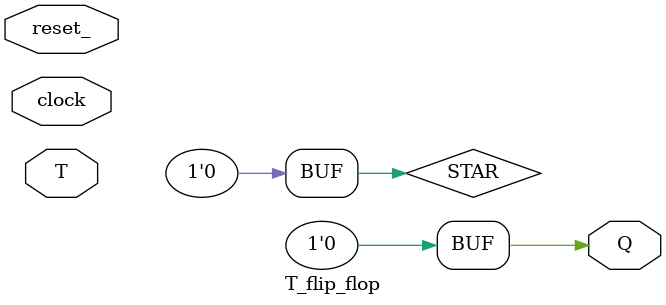
<source format=v>

`timescale 1ns/1ps
module TopLevel;
  reg clock; reg reset_;
  wire [3:0] Q;
  always #10 clock <= !clock;
  initial begin
    $display ("time, \t\t clock, \t reset, \t QQQQ");
    $monitor ("%f, \t %b, \t %b, \t %b", $time, clock, reset_, Q);
    reset_ = 1; clock = 0;
    #5 reset_ = 1'b0;
    #20 reset_ = 1'b1;
    #600 $finish;
    end

    reg T;
    initial begin
      T = 1;
    end
  Counter ripc(T,clock,reset_, Q);

  wire q0 = ripc.q0, q1 = ripc.q1, q2 = ripc.q2, q3 = ripc.q3;
  wire [3:0] q = {ripc.q0,ripc.q1,ripc.q2,ripc.q3};
endmodule

module Counter(T,clock,reset_, Q);
  input T,clock,reset_;
  output [3:0] Q;
  wire q0,q1,q2,q3;
  reg [3:0] Q1;
  assign Q = Q1;
  T_flip_flop f0(T,clock,reset_,q0),f1(T,q0,reset_,q1),f2(T,q1,reset_,q2),f3(T,q2,reset_,q3);
  always @(negedge clock) if(reset_ == 1) begin
    Q1[0] = q0;
    Q1[1] = q1;
    Q1[2] = q2;
    Q1[3] = q3;
  end
endmodule

module T_flip_flop(T,clock,reset_, Q);
  input T,clock,reset_;
  reg STAR;
  parameter S0 = 0, S1 = 1;
  output Q;
  
  assign Q = (STAR == 0) ? 0 : 1;
  
  always @(reset_ == 0) STAR <= S0;
  always @(negedge clock) if (reset_ == 1) #0.2
  casex(STAR)
  S0: STAR <= T ? S1:S0;
  S1: STAR <= T ? S0:S1;
  endcase
  
endmodule

</source>
